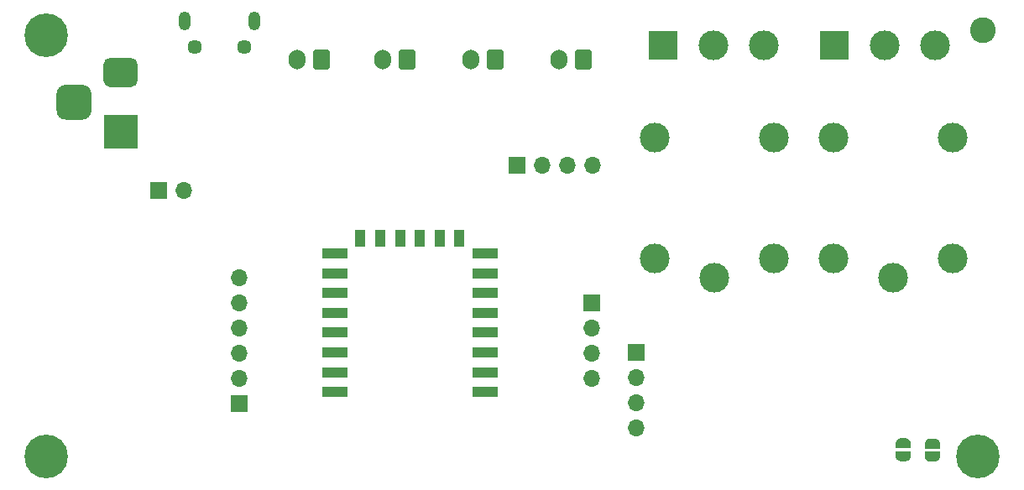
<source format=gbr>
%TF.GenerationSoftware,KiCad,Pcbnew,5.1.9-73d0e3b20d~88~ubuntu18.04.1*%
%TF.CreationDate,2021-03-24T04:21:48+02:00*%
%TF.ProjectId,Electra,456c6563-7472-4612-9e6b-696361645f70,rev?*%
%TF.SameCoordinates,Original*%
%TF.FileFunction,Soldermask,Bot*%
%TF.FilePolarity,Negative*%
%FSLAX46Y46*%
G04 Gerber Fmt 4.6, Leading zero omitted, Abs format (unit mm)*
G04 Created by KiCad (PCBNEW 5.1.9-73d0e3b20d~88~ubuntu18.04.1) date 2021-03-24 04:21:48*
%MOMM*%
%LPD*%
G01*
G04 APERTURE LIST*
%ADD10C,2.600000*%
%ADD11C,3.000000*%
%ADD12R,1.700000X1.700000*%
%ADD13O,1.700000X1.700000*%
%ADD14O,1.700000X2.000000*%
%ADD15C,4.400000*%
%ADD16C,0.700000*%
%ADD17R,3.000000X3.000000*%
%ADD18R,3.500000X3.500000*%
%ADD19C,1.450000*%
%ADD20O,1.200000X1.900000*%
%ADD21C,0.100000*%
%ADD22R,2.500000X1.000000*%
%ADD23R,1.000000X1.800000*%
G04 APERTURE END LIST*
D10*
%TO.C,REF\u002A\u002A*%
X195000000Y-73000000D03*
%TD*%
D11*
%TO.C,K301*%
X185920000Y-98000000D03*
X179920000Y-96000000D03*
X179920000Y-83800000D03*
X191920000Y-83800000D03*
X191920000Y-96000000D03*
%TD*%
D12*
%TO.C,J801*%
X148000000Y-86600000D03*
D13*
X150540000Y-86600000D03*
X153080000Y-86600000D03*
X155620000Y-86600000D03*
%TD*%
D11*
%TO.C,K401*%
X173920000Y-96000000D03*
X173920000Y-83800000D03*
X161920000Y-83800000D03*
X161920000Y-96000000D03*
X167920000Y-98000000D03*
%TD*%
D13*
%TO.C,REF\u002A\u002A*%
X155500000Y-108080000D03*
X155500000Y-105540000D03*
X155500000Y-103000000D03*
D12*
X155500000Y-100460000D03*
%TD*%
D14*
%TO.C,J501*%
X152186000Y-75946000D03*
G36*
G01*
X155536000Y-75196000D02*
X155536000Y-76696000D01*
G75*
G02*
X155286000Y-76946000I-250000J0D01*
G01*
X154086000Y-76946000D01*
G75*
G02*
X153836000Y-76696000I0J250000D01*
G01*
X153836000Y-75196000D01*
G75*
G02*
X154086000Y-74946000I250000J0D01*
G01*
X155286000Y-74946000D01*
G75*
G02*
X155536000Y-75196000I0J-250000D01*
G01*
G37*
%TD*%
D15*
%TO.C,REF\u002A\u002A*%
X100500000Y-73500000D03*
D16*
X102150000Y-73500000D03*
X101666726Y-74666726D03*
X100500000Y-75150000D03*
X99333274Y-74666726D03*
X98850000Y-73500000D03*
X99333274Y-72333274D03*
X100500000Y-71850000D03*
X101666726Y-72333274D03*
%TD*%
%TO.C,REF\u002A\u002A*%
X101666726Y-114833274D03*
X100500000Y-114350000D03*
X99333274Y-114833274D03*
X98850000Y-116000000D03*
X99333274Y-117166726D03*
X100500000Y-117650000D03*
X101666726Y-117166726D03*
X102150000Y-116000000D03*
D15*
X100500000Y-116000000D03*
%TD*%
%TO.C,REF\u002A\u002A*%
X194500000Y-116000000D03*
D16*
X196150000Y-116000000D03*
X195666726Y-117166726D03*
X194500000Y-117650000D03*
X193333274Y-117166726D03*
X192850000Y-116000000D03*
X193333274Y-114833274D03*
X194500000Y-114350000D03*
X195666726Y-114833274D03*
%TD*%
D11*
%TO.C,J401*%
X172920000Y-74510000D03*
X167840000Y-74510000D03*
D17*
X162760000Y-74510000D03*
%TD*%
D12*
%TO.C,J101*%
X120000000Y-110700000D03*
D13*
X120000000Y-108160000D03*
X120000000Y-105620000D03*
X120000000Y-103080000D03*
X120000000Y-100540000D03*
X120000000Y-98000000D03*
%TD*%
%TO.C,J102*%
X160000000Y-113120000D03*
X160000000Y-110580000D03*
X160000000Y-108040000D03*
D12*
X160000000Y-105500000D03*
%TD*%
D18*
%TO.C,J201*%
X108000000Y-83250000D03*
G36*
G01*
X107000000Y-75750000D02*
X109000000Y-75750000D01*
G75*
G02*
X109750000Y-76500000I0J-750000D01*
G01*
X109750000Y-78000000D01*
G75*
G02*
X109000000Y-78750000I-750000J0D01*
G01*
X107000000Y-78750000D01*
G75*
G02*
X106250000Y-78000000I0J750000D01*
G01*
X106250000Y-76500000D01*
G75*
G02*
X107000000Y-75750000I750000J0D01*
G01*
G37*
G36*
G01*
X102425000Y-78500000D02*
X104175000Y-78500000D01*
G75*
G02*
X105050000Y-79375000I0J-875000D01*
G01*
X105050000Y-81125000D01*
G75*
G02*
X104175000Y-82000000I-875000J0D01*
G01*
X102425000Y-82000000D01*
G75*
G02*
X101550000Y-81125000I0J875000D01*
G01*
X101550000Y-79375000D01*
G75*
G02*
X102425000Y-78500000I875000J0D01*
G01*
G37*
%TD*%
D19*
%TO.C,J202*%
X120500000Y-74712500D03*
X115500000Y-74712500D03*
D20*
X121500000Y-72012500D03*
X114500000Y-72012500D03*
%TD*%
D12*
%TO.C,J203*%
X111850000Y-89150000D03*
D13*
X114390000Y-89150000D03*
%TD*%
D17*
%TO.C,J301*%
X180010000Y-74510000D03*
D11*
X185090000Y-74510000D03*
X190170000Y-74510000D03*
%TD*%
%TO.C,J502*%
G36*
G01*
X146646000Y-75196000D02*
X146646000Y-76696000D01*
G75*
G02*
X146396000Y-76946000I-250000J0D01*
G01*
X145196000Y-76946000D01*
G75*
G02*
X144946000Y-76696000I0J250000D01*
G01*
X144946000Y-75196000D01*
G75*
G02*
X145196000Y-74946000I250000J0D01*
G01*
X146396000Y-74946000D01*
G75*
G02*
X146646000Y-75196000I0J-250000D01*
G01*
G37*
D14*
X143296000Y-75946000D03*
%TD*%
%TO.C,J701*%
G36*
G01*
X137756000Y-75196000D02*
X137756000Y-76696000D01*
G75*
G02*
X137506000Y-76946000I-250000J0D01*
G01*
X136306000Y-76946000D01*
G75*
G02*
X136056000Y-76696000I0J250000D01*
G01*
X136056000Y-75196000D01*
G75*
G02*
X136306000Y-74946000I250000J0D01*
G01*
X137506000Y-74946000D01*
G75*
G02*
X137756000Y-75196000I0J-250000D01*
G01*
G37*
X134406000Y-75946000D03*
%TD*%
%TO.C,J702*%
X125770000Y-75946000D03*
G36*
G01*
X129120000Y-75196000D02*
X129120000Y-76696000D01*
G75*
G02*
X128870000Y-76946000I-250000J0D01*
G01*
X127670000Y-76946000D01*
G75*
G02*
X127420000Y-76696000I0J250000D01*
G01*
X127420000Y-75196000D01*
G75*
G02*
X127670000Y-74946000I250000J0D01*
G01*
X128870000Y-74946000D01*
G75*
G02*
X129120000Y-75196000I0J-250000D01*
G01*
G37*
%TD*%
D21*
%TO.C,JP301*%
G36*
X189150602Y-114700000D02*
G01*
X189150602Y-114675466D01*
X189155412Y-114626635D01*
X189164984Y-114578510D01*
X189179228Y-114531555D01*
X189198005Y-114486222D01*
X189221136Y-114442949D01*
X189248396Y-114402150D01*
X189279524Y-114364221D01*
X189314221Y-114329524D01*
X189352150Y-114298396D01*
X189392949Y-114271136D01*
X189436222Y-114248005D01*
X189481555Y-114229228D01*
X189528510Y-114214984D01*
X189576635Y-114205412D01*
X189625466Y-114200602D01*
X189650000Y-114200602D01*
X189650000Y-114200000D01*
X190150000Y-114200000D01*
X190150000Y-114200602D01*
X190174534Y-114200602D01*
X190223365Y-114205412D01*
X190271490Y-114214984D01*
X190318445Y-114229228D01*
X190363778Y-114248005D01*
X190407051Y-114271136D01*
X190447850Y-114298396D01*
X190485779Y-114329524D01*
X190520476Y-114364221D01*
X190551604Y-114402150D01*
X190578864Y-114442949D01*
X190601995Y-114486222D01*
X190620772Y-114531555D01*
X190635016Y-114578510D01*
X190644588Y-114626635D01*
X190649398Y-114675466D01*
X190649398Y-114700000D01*
X190650000Y-114700000D01*
X190650000Y-115200000D01*
X189150000Y-115200000D01*
X189150000Y-114700000D01*
X189150602Y-114700000D01*
G37*
G36*
X190650000Y-115500000D02*
G01*
X190650000Y-116000000D01*
X190649398Y-116000000D01*
X190649398Y-116024534D01*
X190644588Y-116073365D01*
X190635016Y-116121490D01*
X190620772Y-116168445D01*
X190601995Y-116213778D01*
X190578864Y-116257051D01*
X190551604Y-116297850D01*
X190520476Y-116335779D01*
X190485779Y-116370476D01*
X190447850Y-116401604D01*
X190407051Y-116428864D01*
X190363778Y-116451995D01*
X190318445Y-116470772D01*
X190271490Y-116485016D01*
X190223365Y-116494588D01*
X190174534Y-116499398D01*
X190150000Y-116499398D01*
X190150000Y-116500000D01*
X189650000Y-116500000D01*
X189650000Y-116499398D01*
X189625466Y-116499398D01*
X189576635Y-116494588D01*
X189528510Y-116485016D01*
X189481555Y-116470772D01*
X189436222Y-116451995D01*
X189392949Y-116428864D01*
X189352150Y-116401604D01*
X189314221Y-116370476D01*
X189279524Y-116335779D01*
X189248396Y-116297850D01*
X189221136Y-116257051D01*
X189198005Y-116213778D01*
X189179228Y-116168445D01*
X189164984Y-116121490D01*
X189155412Y-116073365D01*
X189150602Y-116024534D01*
X189150602Y-116000000D01*
X189150000Y-116000000D01*
X189150000Y-115500000D01*
X190650000Y-115500000D01*
G37*
%TD*%
%TO.C,JP401*%
G36*
X187694000Y-115466000D02*
G01*
X187694000Y-115966000D01*
X187693398Y-115966000D01*
X187693398Y-115990534D01*
X187688588Y-116039365D01*
X187679016Y-116087490D01*
X187664772Y-116134445D01*
X187645995Y-116179778D01*
X187622864Y-116223051D01*
X187595604Y-116263850D01*
X187564476Y-116301779D01*
X187529779Y-116336476D01*
X187491850Y-116367604D01*
X187451051Y-116394864D01*
X187407778Y-116417995D01*
X187362445Y-116436772D01*
X187315490Y-116451016D01*
X187267365Y-116460588D01*
X187218534Y-116465398D01*
X187194000Y-116465398D01*
X187194000Y-116466000D01*
X186694000Y-116466000D01*
X186694000Y-116465398D01*
X186669466Y-116465398D01*
X186620635Y-116460588D01*
X186572510Y-116451016D01*
X186525555Y-116436772D01*
X186480222Y-116417995D01*
X186436949Y-116394864D01*
X186396150Y-116367604D01*
X186358221Y-116336476D01*
X186323524Y-116301779D01*
X186292396Y-116263850D01*
X186265136Y-116223051D01*
X186242005Y-116179778D01*
X186223228Y-116134445D01*
X186208984Y-116087490D01*
X186199412Y-116039365D01*
X186194602Y-115990534D01*
X186194602Y-115966000D01*
X186194000Y-115966000D01*
X186194000Y-115466000D01*
X187694000Y-115466000D01*
G37*
G36*
X186194602Y-114666000D02*
G01*
X186194602Y-114641466D01*
X186199412Y-114592635D01*
X186208984Y-114544510D01*
X186223228Y-114497555D01*
X186242005Y-114452222D01*
X186265136Y-114408949D01*
X186292396Y-114368150D01*
X186323524Y-114330221D01*
X186358221Y-114295524D01*
X186396150Y-114264396D01*
X186436949Y-114237136D01*
X186480222Y-114214005D01*
X186525555Y-114195228D01*
X186572510Y-114180984D01*
X186620635Y-114171412D01*
X186669466Y-114166602D01*
X186694000Y-114166602D01*
X186694000Y-114166000D01*
X187194000Y-114166000D01*
X187194000Y-114166602D01*
X187218534Y-114166602D01*
X187267365Y-114171412D01*
X187315490Y-114180984D01*
X187362445Y-114195228D01*
X187407778Y-114214005D01*
X187451051Y-114237136D01*
X187491850Y-114264396D01*
X187529779Y-114295524D01*
X187564476Y-114330221D01*
X187595604Y-114368150D01*
X187622864Y-114408949D01*
X187645995Y-114452222D01*
X187664772Y-114497555D01*
X187679016Y-114544510D01*
X187688588Y-114592635D01*
X187693398Y-114641466D01*
X187693398Y-114666000D01*
X187694000Y-114666000D01*
X187694000Y-115166000D01*
X186194000Y-115166000D01*
X186194000Y-114666000D01*
X186194602Y-114666000D01*
G37*
%TD*%
D22*
%TO.C,U601*%
X129584000Y-109500000D03*
X129584000Y-107500000D03*
X129584000Y-105500000D03*
X129584000Y-103500000D03*
X129584000Y-101500000D03*
X129584000Y-99500000D03*
X129584000Y-97500000D03*
X129584000Y-95500000D03*
D23*
X132184000Y-94000000D03*
X134184000Y-94000000D03*
X136184000Y-94000000D03*
X138184000Y-94000000D03*
X140184000Y-94000000D03*
X142184000Y-94000000D03*
D22*
X144784000Y-95500000D03*
X144784000Y-97500000D03*
X144784000Y-99500000D03*
X144784000Y-101500000D03*
X144784000Y-103500000D03*
X144784000Y-105500000D03*
X144784000Y-107500000D03*
X144784000Y-109500000D03*
%TD*%
M02*

</source>
